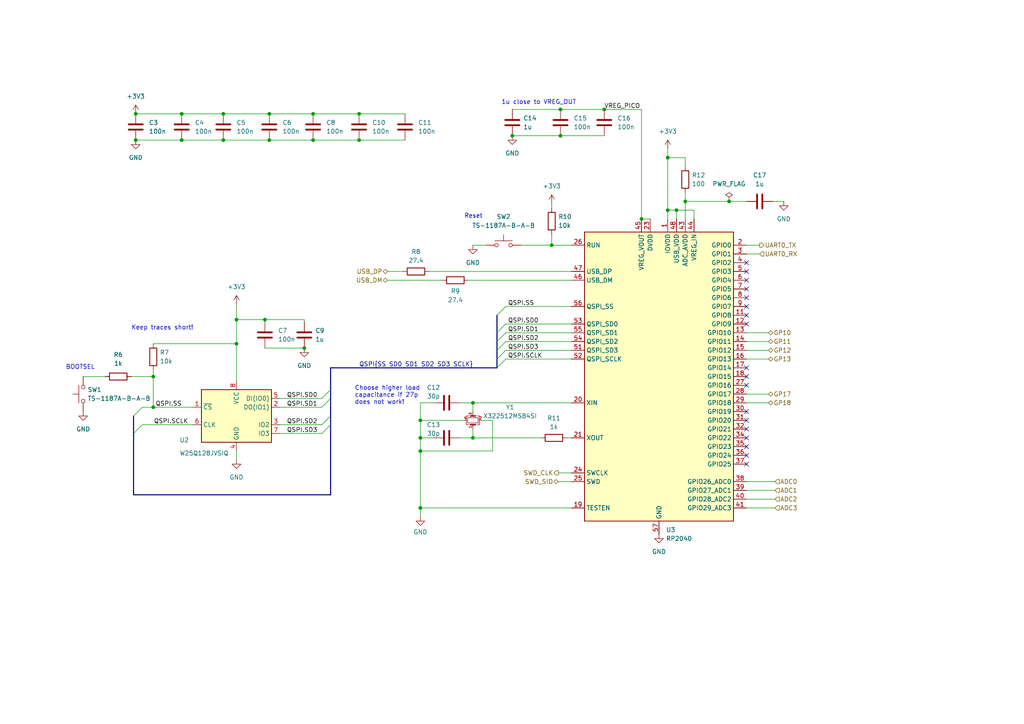
<source format=kicad_sch>
(kicad_sch (version 20230121) (generator eeschema)
  (paper "A4")
  (title_block (title "Beta Board") (date "2023-12-28") (rev "R1.0") (company "Tim Kuhlbusch") (comment 1 "Beta radiation detector"))
  (lib_symbols
    (symbol "Device:C" (pin_numbers hide) (pin_names (offset 0.254))
      (property "Reference" "C" (at 0.635 2.54 0))
      (property "Value" "C" (at 0.635 -2.54 0))
      (symbol "C_0_1"
        (polyline (pts (xy -2.032 -0.762) (xy 2.032 -0.762)) (stroke (width 0.508)))
        (polyline (pts (xy -2.032 0.762) (xy 2.032 0.762)) (stroke (width 0.508)))
      )
      (symbol "C_1_1"
        (pin passive line (at 0 3.81 270) (length 2.794) (name "~") (number "1"))
        (pin passive line (at 0 -3.81 90) (length 2.794) (name "~") (number "2"))
      )
    )
    (symbol "Device:Crystal_GND24_Small" (pin_names (offset 1.016) hide)
      (property "Reference" "Y" (at 1.27 4.445 0))
      (property "Value" "Crystal_GND24_Small" (at 1.27 2.54 0))
      (symbol "Crystal_GND24_Small_0_1"
        (rectangle (start -0.762 -1.524) (end 0.762 1.524))
        (polyline (pts (xy -1.27 -0.762) (xy -1.27 0.762)) (stroke (width 0.381)))
        (polyline (pts (xy 1.27 -0.762) (xy 1.27 0.762)) (stroke (width 0.381)))
        (polyline (pts (xy -1.27 -1.27) (xy -1.27 -1.905) (xy 1.27 -1.905) (xy 1.27 -1.27)))
        (polyline (pts (xy -1.27 1.27) (xy -1.27 1.905) (xy 1.27 1.905) (xy 1.27 1.27)))
      )
      (symbol "Crystal_GND24_Small_1_1"
        (pin passive line (at -2.54 0 0) (length 1.27) (name "1") (number "1"))
        (pin passive line (at 0 -2.54 90) (length 0.635) (name "2") (number "2"))
        (pin passive line (at 2.54 0 180) (length 1.27) (name "3") (number "3"))
        (pin passive line (at 0 2.54 270) (length 0.635) (name "4") (number "4"))
      )
    )
    (symbol "Device:R" (pin_numbers hide) (pin_names (offset 0))
      (property "Reference" "R" (at 2.032 0 90))
      (property "Value" "R" (at 0 0 90))
      (symbol "R_0_1"
        (rectangle (start -1.016 -2.54) (end 1.016 2.54) (stroke (width 0.254)))
      )
      (symbol "R_1_1"
        (pin passive line (at 0 3.81 270) (length 1.27) (name "~") (number "1"))
        (pin passive line (at 0 -3.81 90) (length 1.27) (name "~") (number "2"))
      )
    )
    (symbol "MCU_RaspberryPi:RP2040"
      (property "Reference" "U" (at 17.78 45.72 0))
      (property "Value" "RP2040" (at 17.78 43.18 0))
      (symbol "RP2040_0_1"
        (rectangle (start -21.59 41.91) (end 21.59 -41.91) (stroke (width 0.254)) (fill (type background)))
      )
      (symbol "RP2040_1_1"
        (pin power_in line (at 2.54 45.72 270) (length 3.81) (name "IOVDD") (number "1"))
        (pin passive line (at 2.54 45.72 270) (length 3.81) hide (name "IOVDD") (number "10"))
        (pin bidirectional line (at 25.4 17.78 180) (length 3.81) (name "GPIO8") (number "11"))
        (pin bidirectional line (at 25.4 15.24 180) (length 3.81) (name "GPIO9") (number "12"))
        (pin bidirectional line (at 25.4 12.7 180) (length 3.81) (name "GPIO10") (number "13"))
        (pin bidirectional line (at 25.4 10.16 180) (length 3.81) (name "GPIO11") (number "14"))
        (pin bidirectional line (at 25.4 7.62 180) (length 3.81) (name "GPIO12") (number "15"))
        (pin bidirectional line (at 25.4 5.08 180) (length 3.81) (name "GPIO13") (number "16"))
        (pin bidirectional line (at 25.4 2.54 180) (length 3.81) (name "GPIO14") (number "17"))
        (pin bidirectional line (at 25.4 0 180) (length 3.81) (name "GPIO15") (number "18"))
        (pin input line (at -25.4 -38.1 0) (length 3.81) (name "TESTEN") (number "19"))
        (pin bidirectional line (at 25.4 38.1 180) (length 3.81) (name "GPIO0") (number "2"))
        (pin input line (at -25.4 -7.62 0) (length 3.81) (name "XIN") (number "20"))
        (pin passive line (at -25.4 -17.78 0) (length 3.81) (name "XOUT") (number "21"))
        (pin passive line (at 2.54 45.72 270) (length 3.81) hide (name "IOVDD") (number "22"))
        (pin power_in line (at -2.54 45.72 270) (length 3.81) (name "DVDD") (number "23"))
        (pin output line (at -25.4 -27.94 0) (length 3.81) (name "SWCLK") (number "24"))
        (pin bidirectional line (at -25.4 -30.48 0) (length 3.81) (name "SWD") (number "25"))
        (pin input line (at -25.4 38.1 0) (length 3.81) (name "RUN") (number "26"))
        (pin bidirectional line (at 25.4 -2.54 180) (length 3.81) (name "GPIO16") (number "27"))
        (pin bidirectional line (at 25.4 -5.08 180) (length 3.81) (name "GPIO17") (number "28"))
        (pin bidirectional line (at 25.4 -7.62 180) (length 3.81) (name "GPIO18") (number "29"))
        (pin bidirectional line (at 25.4 35.56 180) (length 3.81) (name "GPIO1") (number "3"))
        (pin bidirectional line (at 25.4 -10.16 180) (length 3.81) (name "GPIO19") (number "30"))
        (pin bidirectional line (at 25.4 -12.7 180) (length 3.81) (name "GPIO20") (number "31"))
        (pin bidirectional line (at 25.4 -15.24 180) (length 3.81) (name "GPIO21") (number "32"))
        (pin passive line (at 2.54 45.72 270) (length 3.81) hide (name "IOVDD") (number "33"))
        (pin bidirectional line (at 25.4 -17.78 180) (length 3.81) (name "GPIO22") (number "34"))
        (pin bidirectional line (at 25.4 -20.32 180) (length 3.81) (name "GPIO23") (number "35"))
        (pin bidirectional line (at 25.4 -22.86 180) (length 3.81) (name "GPIO24") (number "36"))
        (pin bidirectional line (at 25.4 -25.4 180) (length 3.81) (name "GPIO25") (number "37"))
        (pin bidirectional line (at 25.4 -30.48 180) (length 3.81) (name "GPIO26_ADC0") (number "38"))
        (pin bidirectional line (at 25.4 -33.02 180) (length 3.81) (name "GPIO27_ADC1") (number "39"))
        (pin bidirectional line (at 25.4 33.02 180) (length 3.81) (name "GPIO2") (number "4"))
        (pin bidirectional line (at 25.4 -35.56 180) (length 3.81) (name "GPIO28_ADC2") (number "40"))
        (pin bidirectional line (at 25.4 -38.1 180) (length 3.81) (name "GPIO29_ADC3") (number "41"))
        (pin passive line (at 2.54 45.72 270) (length 3.81) hide (name "IOVDD") (number "42"))
        (pin power_in line (at 7.62 45.72 270) (length 3.81) (name "ADC_AVDD") (number "43"))
        (pin power_in line (at 10.16 45.72 270) (length 3.81) (name "VREG_IN") (number "44"))
        (pin power_out line (at -5.08 45.72 270) (length 3.81) (name "VREG_VOUT") (number "45"))
        (pin bidirectional line (at -25.4 27.94 0) (length 3.81) (name "USB_DM") (number "46"))
        (pin bidirectional line (at -25.4 30.48 0) (length 3.81) (name "USB_DP") (number "47"))
        (pin power_in line (at 5.08 45.72 270) (length 3.81) (name "USB_VDD") (number "48"))
        (pin passive line (at 2.54 45.72 270) (length 3.81) hide (name "IOVDD") (number "49"))
        (pin bidirectional line (at 25.4 30.48 180) (length 3.81) (name "GPIO3") (number "5"))
        (pin passive line (at -2.54 45.72 270) (length 3.81) hide (name "DVDD") (number "50"))
        (pin bidirectional line (at -25.4 7.62 0) (length 3.81) (name "QSPI_SD3") (number "51"))
        (pin output line (at -25.4 5.08 0) (length 3.81) (name "QSPI_SCLK") (number "52"))
        (pin bidirectional line (at -25.4 15.24 0) (length 3.81) (name "QSPI_SD0") (number "53"))
        (pin bidirectional line (at -25.4 10.16 0) (length 3.81) (name "QSPI_SD2") (number "54"))
        (pin bidirectional line (at -25.4 12.7 0) (length 3.81) (name "QSPI_SD1") (number "55"))
        (pin bidirectional line (at -25.4 20.32 0) (length 3.81) (name "QSPI_SS") (number "56"))
        (pin power_in line (at 0 -45.72 90) (length 3.81) (name "GND") (number "57"))
        (pin bidirectional line (at 25.4 27.94 180) (length 3.81) (name "GPIO4") (number "6"))
        (pin bidirectional line (at 25.4 25.4 180) (length 3.81) (name "GPIO5") (number "7"))
        (pin bidirectional line (at 25.4 22.86 180) (length 3.81) (name "GPIO6") (number "8"))
        (pin bidirectional line (at 25.4 20.32 180) (length 3.81) (name "GPIO7") (number "9"))
      )
    )
    (symbol "Memory_Flash:W25Q32JVSS"
      (property "Reference" "U" (at -8.89 8.89 0))
      (property "Value" "W25Q32JVSS" (at 7.62 8.89 0))
      (symbol "W25Q32JVSS_0_1"
        (rectangle (start -10.16 7.62) (end 10.16 -7.62) (stroke (width 0.254)) (fill (type background)))
      )
      (symbol "W25Q32JVSS_1_1"
        (pin input line (at -12.7 2.54 0) (length 2.54) (name "~{CS}") (number "1"))
        (pin bidirectional line (at 12.7 2.54 180) (length 2.54) (name "DO(IO1)") (number "2"))
        (pin bidirectional line (at 12.7 -2.54 180) (length 2.54) (name "IO2") (number "3"))
        (pin power_in line (at 0 -10.16 90) (length 2.54) (name "GND") (number "4"))
        (pin bidirectional line (at 12.7 5.08 180) (length 2.54) (name "DI(IO0)") (number "5"))
        (pin input line (at -12.7 -2.54 0) (length 2.54) (name "CLK") (number "6"))
        (pin bidirectional line (at 12.7 -5.08 180) (length 2.54) (name "IO3") (number "7"))
        (pin power_in line (at 0 10.16 270) (length 2.54) (name "VCC") (number "8"))
      )
    )
    (symbol "Switch:SW_Push" (pin_numbers hide) (pin_names (offset 1.016) hide)
      (property "Reference" "SW" (at 1.27 2.54 0))
      (property "Value" "SW_Push" (at 0 -1.524 0))
      (symbol "SW_Push_0_1"
        (circle (center -2.032 0) (radius 0.508))
        (polyline (pts (xy 0 1.27) (xy 0 3.048)))
        (polyline (pts (xy 2.54 1.27) (xy -2.54 1.27)))
        (circle (center 2.032 0) (radius 0.508))
        (pin passive line (at -5.08 0 0) (length 2.54) (name "1") (number "1"))
        (pin passive line (at 5.08 0 180) (length 2.54) (name "2") (number "2"))
      )
    )
    (symbol "power:+3V3" (power) (pin_names (offset 0))
      (property "Value" "+3V3" (at 0 3.556 0))
      (symbol "+3V3_0_1"
        (polyline (pts (xy -0.762 1.27) (xy 0 2.54)))
        (polyline (pts (xy 0 0) (xy 0 2.54)))
        (polyline (pts (xy 0 2.54) (xy 0.762 1.27)))
      )
      (symbol "+3V3_1_1"
        (pin power_in line (at 0 0 90) (length 0) hide (name "+3V3") (number "1"))
      )
    )
    (symbol "power:GND" (power) (pin_names (offset 0))
      (property "Value" "GND" (at 0 -3.81 0))
      (symbol "GND_0_1"
        (polyline (pts (xy 0 0) (xy 0 -1.27) (xy 1.27 -1.27) (xy 0 -2.54) (xy -1.27 -1.27) (xy 0 -1.27)))
      )
      (symbol "GND_1_1"
        (pin power_in line (at 0 0 270) (length 0) hide (name "GND") (number "1"))
      )
    )
    (symbol "power:PWR_FLAG" (power) (pin_numbers hide) (pin_names (offset 0) hide)
      (property "Value" "PWR_FLAG" (at 0 3.81 0))
      (symbol "PWR_FLAG_0_0"
        (pin power_out line (at 0 0 90) (length 0) (name "pwr") (number "1"))
      )
      (symbol "PWR_FLAG_0_1"
        (polyline (pts (xy 0 0) (xy 0 1.27) (xy -1.016 1.905) (xy 0 2.54) (xy 1.016 1.905) (xy 0 1.27)))
      )
    )
  )
  (junction (at 68.58 99.695))
  (junction (at 175.26 31.75))
  (junction (at 52.705 40.64))
  (junction (at 160.02 71.12))
  (junction (at 44.45 118.11))
  (junction (at 78.105 33.02))
  (junction (at 137.16 127))
  (junction (at 90.805 33.02))
  (junction (at 76.835 92.71))
  (junction (at 193.675 60.96))
  (junction (at 104.14 33.02))
  (junction (at 121.92 130.81))
  (junction (at 44.45 109.22))
  (junction (at 78.105 40.64))
  (junction (at 193.675 45.72))
  (junction (at 162.56 39.37))
  (junction (at 121.92 121.92))
  (junction (at 198.755 58.42))
  (junction (at 211.455 58.42))
  (junction (at 64.77 33.02))
  (junction (at 162.56 31.75))
  (junction (at 88.265 100.965))
  (junction (at 121.92 127))
  (junction (at 64.77 40.64))
  (junction (at 90.805 40.64))
  (junction (at 121.92 147.32))
  (junction (at 104.14 40.64))
  (junction (at 52.705 33.02))
  (junction (at 196.215 60.96))
  (junction (at 39.37 33.02))
  (junction (at 186.055 63.5))
  (junction (at 39.37 40.64))
  (junction (at 68.58 92.71))
  (junction (at 148.59 39.37))
  (junction (at 137.16 116.84))
  (no_connect (at 216.535 106.68))
  (no_connect (at 216.535 127))
  (no_connect (at 216.535 86.36))
  (no_connect (at 216.535 81.28))
  (no_connect (at 216.535 134.62))
  (no_connect (at 216.535 132.08))
  (no_connect (at 216.535 124.46))
  (no_connect (at 216.535 93.98))
  (no_connect (at 216.535 109.22))
  (no_connect (at 216.535 88.9))
  (no_connect (at 216.535 129.54))
  (no_connect (at 216.535 121.92))
  (no_connect (at 216.535 111.76))
  (no_connect (at 216.535 83.82))
  (no_connect (at 216.535 119.38))
  (no_connect (at 216.535 76.2))
  (no_connect (at 216.535 78.74))
  (no_connect (at 216.535 91.44))
  (bus_entry (at 38.735 120.65) (size 2.54 -2.54))
  (bus_entry (at 146.685 96.52) (size -2.54 2.54))
  (bus_entry (at 146.685 99.06) (size -2.54 2.54))
  (bus_entry (at 146.685 93.98) (size -2.54 2.54))
  (bus_entry (at 95.885 120.65) (size -2.54 2.54))
  (bus_entry (at 95.885 123.19) (size -2.54 2.54))
  (bus_entry (at 146.685 101.6) (size -2.54 2.54))
  (bus_entry (at 146.685 88.9) (size -2.54 2.54))
  (bus_entry (at 95.885 115.57) (size -2.54 2.54))
  (bus_entry (at 146.685 104.14) (size -2.54 2.54))
  (bus_entry (at 95.885 113.03) (size -2.54 2.54))
  (bus_entry (at 38.735 125.73) (size 2.54 -2.54))
  (wire (pts (xy 112.395 81.28) (xy 128.27 81.28)))
  (bus (pts (xy 95.885 115.57) (xy 95.885 120.65)))
  (wire (pts (xy 76.835 92.71) (xy 88.265 92.71)))
  (wire (pts (xy 44.45 109.22) (xy 44.45 118.11)))
  (wire (pts (xy 133.35 127) (xy 137.16 127)))
  (wire (pts (xy 146.685 99.06) (xy 165.735 99.06)))
  (wire (pts (xy 160.02 71.12) (xy 165.735 71.12)))
  (wire (pts (xy 146.685 104.14) (xy 165.735 104.14)))
  (wire (pts (xy 137.16 116.84) (xy 137.16 119.38)))
  (wire (pts (xy 44.45 118.11) (xy 55.88 118.11)))
  (wire (pts (xy 41.275 118.11) (xy 44.45 118.11)))
  (wire (pts (xy 216.535 96.52) (xy 222.885 96.52)))
  (wire (pts (xy 216.535 142.24) (xy 224.79 142.24)))
  (bus (pts (xy 144.145 99.06) (xy 144.145 101.6)))
  (wire (pts (xy 39.37 33.02) (xy 52.705 33.02)))
  (wire (pts (xy 216.535 71.12) (xy 220.345 71.12)))
  (wire (pts (xy 137.16 71.12) (xy 140.97 71.12)))
  (wire (pts (xy 121.92 130.81) (xy 142.875 130.81)))
  (wire (pts (xy 52.705 40.64) (xy 64.77 40.64)))
  (wire (pts (xy 227.33 58.42) (xy 224.155 58.42)))
  (bus (pts (xy 95.885 106.68) (xy 95.885 113.03)))
  (bus (pts (xy 38.735 125.73) (xy 38.735 143.51)))
  (wire (pts (xy 88.265 100.965) (xy 76.835 100.965)))
  (wire (pts (xy 121.92 121.92) (xy 121.92 127)))
  (wire (pts (xy 135.89 81.28) (xy 165.735 81.28)))
  (wire (pts (xy 148.59 39.37) (xy 162.56 39.37)))
  (wire (pts (xy 196.215 60.96) (xy 196.215 63.5)))
  (wire (pts (xy 68.58 99.695) (xy 68.58 110.49)))
  (wire (pts (xy 216.535 104.14) (xy 222.885 104.14)))
  (wire (pts (xy 216.535 144.78) (xy 224.79 144.78)))
  (wire (pts (xy 121.92 147.32) (xy 165.735 147.32)))
  (wire (pts (xy 186.055 31.75) (xy 175.26 31.75)))
  (wire (pts (xy 165.735 116.84) (xy 137.16 116.84)))
  (wire (pts (xy 160.02 67.945) (xy 160.02 71.12)))
  (wire (pts (xy 186.055 63.5) (xy 186.055 31.75)))
  (bus (pts (xy 95.885 106.68) (xy 144.145 106.68)))
  (wire (pts (xy 142.875 121.92) (xy 142.875 130.81)))
  (wire (pts (xy 81.28 118.11) (xy 93.345 118.11)))
  (wire (pts (xy 198.755 58.42) (xy 211.455 58.42)))
  (wire (pts (xy 148.59 31.75) (xy 162.56 31.75)))
  (wire (pts (xy 193.675 45.72) (xy 193.675 60.96)))
  (wire (pts (xy 201.295 60.96) (xy 201.295 63.5)))
  (bus (pts (xy 144.145 96.52) (xy 144.145 99.06)))
  (wire (pts (xy 78.105 33.02) (xy 90.805 33.02)))
  (wire (pts (xy 81.28 125.73) (xy 93.345 125.73)))
  (bus (pts (xy 95.885 123.19) (xy 95.885 143.51)))
  (wire (pts (xy 81.28 115.57) (xy 93.345 115.57)))
  (wire (pts (xy 121.92 121.92) (xy 134.62 121.92)))
  (wire (pts (xy 151.13 71.12) (xy 160.02 71.12)))
  (wire (pts (xy 121.92 127) (xy 125.73 127)))
  (wire (pts (xy 104.14 40.64) (xy 117.475 40.64)))
  (wire (pts (xy 39.37 40.64) (xy 52.705 40.64)))
  (wire (pts (xy 175.26 31.75) (xy 162.56 31.75)))
  (wire (pts (xy 211.455 58.42) (xy 216.535 58.42)))
  (bus (pts (xy 95.885 120.65) (xy 95.885 123.19)))
  (wire (pts (xy 146.685 88.9) (xy 165.735 88.9)))
  (wire (pts (xy 137.16 127) (xy 137.16 124.46)))
  (wire (pts (xy 216.535 139.7) (xy 224.79 139.7)))
  (bus (pts (xy 144.145 101.6) (xy 144.145 104.14)))
  (wire (pts (xy 161.925 137.16) (xy 165.735 137.16)))
  (wire (pts (xy 216.535 73.66) (xy 220.345 73.66)))
  (wire (pts (xy 161.925 139.7) (xy 165.735 139.7)))
  (wire (pts (xy 146.685 96.52) (xy 165.735 96.52)))
  (wire (pts (xy 139.7 121.92) (xy 142.875 121.92)))
  (wire (pts (xy 160.02 59.055) (xy 160.02 60.325)))
  (wire (pts (xy 68.58 88.265) (xy 68.58 92.71)))
  (bus (pts (xy 95.885 113.03) (xy 95.885 115.57)))
  (wire (pts (xy 125.73 116.84) (xy 121.92 116.84)))
  (wire (pts (xy 64.77 33.02) (xy 78.105 33.02)))
  (wire (pts (xy 38.1 109.22) (xy 44.45 109.22)))
  (wire (pts (xy 133.35 116.84) (xy 137.16 116.84)))
  (wire (pts (xy 104.14 33.02) (xy 117.475 33.02)))
  (wire (pts (xy 90.805 40.64) (xy 104.14 40.64)))
  (wire (pts (xy 198.755 45.72) (xy 198.755 48.26)))
  (wire (pts (xy 68.58 92.71) (xy 76.835 92.71)))
  (wire (pts (xy 88.265 92.71) (xy 88.265 93.345)))
  (wire (pts (xy 216.535 116.84) (xy 222.885 116.84)))
  (bus (pts (xy 144.145 104.14) (xy 144.145 106.68)))
  (wire (pts (xy 121.92 116.84) (xy 121.92 121.92)))
  (wire (pts (xy 68.58 133.35) (xy 68.58 130.81)))
  (wire (pts (xy 121.92 130.81) (xy 121.92 147.32)))
  (wire (pts (xy 44.45 99.695) (xy 68.58 99.695)))
  (wire (pts (xy 112.395 78.74) (xy 116.84 78.74)))
  (wire (pts (xy 78.105 40.64) (xy 90.805 40.64)))
  (wire (pts (xy 68.58 92.71) (xy 68.58 99.695)))
  (wire (pts (xy 222.885 99.06) (xy 216.535 99.06)))
  (wire (pts (xy 186.055 63.5) (xy 188.595 63.5)))
  (wire (pts (xy 44.45 107.315) (xy 44.45 109.22)))
  (wire (pts (xy 64.77 40.64) (xy 78.105 40.64)))
  (wire (pts (xy 81.28 123.19) (xy 93.345 123.19)))
  (wire (pts (xy 164.465 127) (xy 165.735 127)))
  (wire (pts (xy 162.56 39.37) (xy 175.26 39.37)))
  (wire (pts (xy 124.46 78.74) (xy 165.735 78.74)))
  (wire (pts (xy 198.755 58.42) (xy 198.755 63.5)))
  (wire (pts (xy 216.535 101.6) (xy 222.885 101.6)))
  (wire (pts (xy 121.92 147.32) (xy 121.92 149.86)))
  (wire (pts (xy 52.705 33.02) (xy 64.77 33.02)))
  (wire (pts (xy 196.215 60.96) (xy 201.295 60.96)))
  (wire (pts (xy 193.675 43.18) (xy 193.675 45.72)))
  (bus (pts (xy 38.735 120.65) (xy 38.735 125.73)))
  (wire (pts (xy 156.845 127) (xy 137.16 127)))
  (bus (pts (xy 95.885 143.51) (xy 38.735 143.51)))
  (bus (pts (xy 144.145 91.44) (xy 144.145 96.52)))
  (wire (pts (xy 193.675 45.72) (xy 198.755 45.72)))
  (wire (pts (xy 216.535 147.32) (xy 224.79 147.32)))
  (wire (pts (xy 121.92 127) (xy 121.92 130.81)))
  (wire (pts (xy 198.755 55.88) (xy 198.755 58.42)))
  (wire (pts (xy 193.675 60.96) (xy 193.675 63.5)))
  (wire (pts (xy 76.835 93.345) (xy 76.835 92.71)))
  (wire (pts (xy 24.13 109.22) (xy 30.48 109.22)))
  (wire (pts (xy 146.685 101.6) (xy 165.735 101.6)))
  (wire (pts (xy 146.685 93.98) (xy 165.735 93.98)))
  (wire (pts (xy 193.675 60.96) (xy 196.215 60.96)))
  (wire (pts (xy 216.535 114.3) (xy 222.885 114.3)))
  (wire (pts (xy 90.805 33.02) (xy 104.14 33.02)))
  (wire (pts (xy 41.275 123.19) (xy 55.88 123.19)))
  (text "Choose higher load\ncapacitance if 27p\ndoes not work!" (at 102.87 117.475 0) (effects (font (size 1.27 1.27)) (justify left bottom)))
  (text "Reset\n" (at 134.62 63.5 0) (effects (font (size 1.27 1.27)) (justify left bottom)))
  (text "Keep traces short!" (at 38.1 95.885 0) (effects (font (size 1.27 1.27)) (justify left bottom)))
  (text "1u close to VREG_OUT" (at 145.415 30.48 0) (effects (font (size 1.27 1.27)) (justify left bottom)))
  (text "BOOTSEL" (at 19.05 107.315 0) (effects (font (size 1.27 1.27)) (justify left bottom)))
  (label "QSPI.SD2" (at 83.185 123.19 0))
  (label "QSPI.SD1" (at 147.32 96.52 0))
  (label "QSPI.SD3" (at 147.32 101.6 0))
  (label "QSPI.SS" (at 147.32 88.9 0))
  (label "QSPI{SS SD0 SD1 SD2 SD3 SCLK}" (at 104.14 106.68 0))
  (label "QSPI.SD1" (at 83.185 118.11 0))
  (label "QSPI.SCLK" (at 54.61 123.19 180))
  (label "QSPI.SS" (at 45.085 118.11 0))
  (label "VREG_PICO" (at 175.26 31.75 0))
  (label "QSPI.SD3" (at 83.185 125.73 0))
  (label "QSPI.SD2" (at 147.32 99.06 0))
  (label "QSPI.SD0" (at 147.32 93.98 0))
  (label "QSPI.SCLK" (at 147.32 104.14 0))
  (label "QSPI.SD0" (at 83.185 115.57 0))
  (hierarchical_label "GP12" (shape bidirectional) (at 222.885 101.6 0))
  (hierarchical_label "ADC0" (shape input) (at 224.79 139.7 0))
  (hierarchical_label "SWD_SIO" (shape bidirectional) (at 161.925 139.7 180))
  (hierarchical_label "ADC2" (shape input) (at 224.79 144.78 0))
  (hierarchical_label "ADC3" (shape input) (at 224.79 147.32 0))
  (hierarchical_label "GP10" (shape bidirectional) (at 222.885 96.52 0))
  (hierarchical_label "SWD_CLK" (shape output) (at 161.925 137.16 180))
  (hierarchical_label "GP11" (shape bidirectional) (at 222.885 99.06 0))
  (hierarchical_label "GP13" (shape bidirectional) (at 222.885 104.14 0))
  (hierarchical_label "UART0_RX" (shape input) (at 220.345 73.66 0))
  (hierarchical_label "USB_DP" (shape bidirectional) (at 112.395 78.74 180))
  (hierarchical_label "ADC1" (shape input) (at 224.79 142.24 0))
  (hierarchical_label "GP18" (shape bidirectional) (at 222.885 116.84 0))
  (hierarchical_label "UART0_TX" (shape output) (at 220.345 71.12 0))
  (hierarchical_label "USB_DM" (shape bidirectional) (at 112.395 81.28 180))
  (hierarchical_label "GP17" (shape bidirectional) (at 222.885 114.3 0))
  (symbol (lib_id "Device:C") (at 129.54 116.84 90) (unit 1)
    (property "Reference" "C12" (at 125.73 112.395 90))
    (property "Value" "30p" (at 125.73 114.935 90))
    (property "Footprint" "Capacitor_SMD:C_0603_1608Metric" (effects hide))
  )
  (symbol (lib_id "Memory_Flash:W25Q32JVSS") (at 68.58 120.65 0) (unit 1)
    (property "Reference" "U2" (at 52.07 127.635 0) (effects (justify left)))
    (property "Value" "W25Q128JVSIQ" (at 52.07 131.445 0) (effects (justify left)))
    (property "Footprint" "Package_SO:SOIC-8_5.23x5.23mm_P1.27mm" (effects hide))
    (property "Datasheet" "http://www.winbond.com/resource-files/w25q32jv%20revg%2003272018%20plus.pdf" (effects hide))
  )
  (symbol (lib_id "Device:R") (at 160.02 64.135 180) (unit 1)
    (property "Reference" "R10" (at 161.925 62.8649 0) (effects (justify right)))
    (property "Value" "10k" (at 161.925 65.4049 0) (effects (justify right)))
    (property "Footprint" "Resistor_SMD:R_0603_1608Metric" (effects hide))
  )
  (symbol (lib_id "Device:R") (at 34.29 109.22 90) (unit 1)
    (property "Reference" "R6" (at 34.29 102.87 90))
    (property "Value" "1k" (at 34.29 105.41 90))
    (property "Footprint" "Resistor_SMD:R_0603_1608Metric" (effects hide))
  )
  (symbol (lib_id "Device:C") (at 129.54 127 270) (mirror x) (unit 1)
    (property "Reference" "C13" (at 125.73 123.19 90))
    (property "Value" "30p" (at 125.73 125.73 90))
    (property "Footprint" "Capacitor_SMD:C_0603_1608Metric" (effects hide))
  )
  (symbol (lib_id "power:PWR_FLAG") (at 211.455 58.42 0) (unit 1)
    (property "Reference" "#FLG02" (effects hide))
    (property "Value" "PWR_FLAG" (at 211.455 53.34 0))
  )
  (symbol (lib_id "Device:C") (at 78.105 36.83 0) (unit 1)
    (property "Reference" "C6" (at 81.915 35.5599 0) (effects (justify left)))
    (property "Value" "100n" (at 81.915 38.0999 0) (effects (justify left)))
    (property "Footprint" "Capacitor_SMD:C_0603_1608Metric" (effects hide))
  )
  (symbol (lib_id "Device:C") (at 175.26 35.56 0) (unit 1)
    (property "Reference" "C16" (at 179.07 34.2899 0) (effects (justify left)))
    (property "Value" "100n" (at 179.07 36.8299 0) (effects (justify left)))
    (property "Footprint" "Capacitor_SMD:C_0603_1608Metric" (effects hide))
  )
  (symbol (lib_id "power:+3V3") (at 68.58 88.265 0) (unit 1)
    (property "Reference" "#PWR019" (effects hide))
    (property "Value" "+3V3" (at 68.58 83.185 0))
  )
  (symbol (lib_id "MCU_RaspberryPi:RP2040") (at 191.135 109.22 0) (unit 1)
    (property "Reference" "U3" (at 193.1544 153.67 0) (effects (justify left)))
    (property "Value" "RP2040" (at 193.1544 156.21 0) (effects (justify left)))
    (property "Footprint" "Package_DFN_QFN:QFN-56-1EP_7x7mm_P0.4mm_EP3.2x3.2mm" (effects hide))
    (property "Datasheet" "https://datasheets.raspberrypi.com/rp2040/rp2040-datasheet.pdf" (effects hide))
  )
  (symbol (lib_id "power:+3V3") (at 193.675 43.18 0) (unit 1)
    (property "Reference" "#PWR029" (effects hide))
    (property "Value" "+3V3" (at 193.675 38.1 0))
  )
  (symbol (lib_id "power:GND") (at 39.37 40.64 0) (unit 1)
    (property "Reference" "#PWR018" (effects hide))
    (property "Value" "GND" (at 39.37 45.72 0))
  )
  (symbol (lib_id "Device:C") (at 162.56 35.56 0) (unit 1)
    (property "Reference" "C15" (at 166.37 34.2899 0) (effects (justify left)))
    (property "Value" "100n" (at 166.37 36.8299 0) (effects (justify left)))
    (property "Footprint" "Capacitor_SMD:C_0603_1608Metric" (effects hide))
  )
  (symbol (lib_id "power:GND") (at 121.92 149.86 0) (unit 1)
    (property "Reference" "#PWR022" (effects hide))
    (property "Value" "GND" (at 121.92 154.305 0))
  )
  (symbol (lib_id "power:GND") (at 137.16 71.12 0) (unit 1)
    (property "Reference" "#PWR023" (effects hide))
    (property "Value" "GND" (at 137.16 76.2 0))
  )
  (symbol (lib_id "Device:C") (at 39.37 36.83 0) (unit 1)
    (property "Reference" "C3" (at 43.18 35.5599 0) (effects (justify left)))
    (property "Value" "100n" (at 43.18 38.0999 0) (effects (justify left)))
    (property "Footprint" "Capacitor_SMD:C_0603_1608Metric" (effects hide))
  )
  (symbol (lib_id "Device:C") (at 64.77 36.83 0) (unit 1)
    (property "Reference" "C5" (at 68.58 35.5599 0) (effects (justify left)))
    (property "Value" "100n" (at 68.58 38.0999 0) (effects (justify left)))
    (property "Footprint" "Capacitor_SMD:C_0603_1608Metric" (effects hide))
  )
  (symbol (lib_id "Device:C") (at 76.835 97.155 0) (unit 1)
    (property "Reference" "C7" (at 80.645 95.8849 0) (effects (justify left)))
    (property "Value" "100n" (at 80.645 98.4249 0) (effects (justify left)))
    (property "Footprint" "Capacitor_SMD:C_0603_1608Metric" (effects hide))
  )
  (symbol (lib_id "Device:C") (at 117.475 36.83 0) (unit 1)
    (property "Reference" "C11" (at 121.285 35.5599 0) (effects (justify left)))
    (property "Value" "100n" (at 121.285 38.0999 0) (effects (justify left)))
    (property "Footprint" "Capacitor_SMD:C_0603_1608Metric" (effects hide))
  )
  (symbol (lib_id "Device:R") (at 44.45 103.505 180) (unit 1)
    (property "Reference" "R7" (at 46.355 102.2349 0) (effects (justify right)))
    (property "Value" "10k" (at 46.355 104.7749 0) (effects (justify right)))
    (property "Footprint" "Resistor_SMD:R_0603_1608Metric" (effects hide))
  )
  (symbol (lib_id "power:GND") (at 24.13 119.38 0) (unit 1)
    (property "Reference" "#PWR016" (effects hide))
    (property "Value" "GND" (at 24.13 124.46 0))
  )
  (symbol (lib_id "Device:R") (at 160.655 127 90) (unit 1)
    (property "Reference" "R11" (at 160.655 121.285 90))
    (property "Value" "1k" (at 160.655 123.825 90))
    (property "Footprint" "Resistor_SMD:R_0603_1608Metric" (effects hide))
  )
  (symbol (lib_id "Device:Crystal_GND24_Small") (at 137.16 121.92 90) (unit 1)
    (property "Reference" "Y1" (at 147.955 118.11 90))
    (property "Value" "X322512MSB4SI" (at 147.955 120.65 90))
    (property "Footprint" "Crystal:Crystal_SMD_3225-4Pin_3.2x2.5mm" (effects hide))
  )
  (symbol (lib_id "Device:C") (at 90.805 36.83 0) (unit 1)
    (property "Reference" "C8" (at 94.615 35.5599 0) (effects (justify left)))
    (property "Value" "100n" (at 94.615 38.0999 0) (effects (justify left)))
    (property "Footprint" "Capacitor_SMD:C_0603_1608Metric" (effects hide))
  )
  (symbol (lib_id "power:+3V3") (at 39.37 33.02 0) (unit 1)
    (property "Reference" "#PWR017" (effects hide))
    (property "Value" "+3V3" (at 39.37 27.94 0))
  )
  (symbol (lib_id "Device:C") (at 52.705 36.83 0) (unit 1)
    (property "Reference" "C4" (at 56.515 35.5599 0) (effects (justify left)))
    (property "Value" "100n" (at 56.515 38.0999 0) (effects (justify left)))
    (property "Footprint" "Capacitor_SMD:C_0603_1608Metric" (effects hide))
  )
  (symbol (lib_id "Device:C") (at 148.59 35.56 0) (unit 1)
    (property "Reference" "C14" (at 151.765 34.2899 0) (effects (justify left)))
    (property "Value" "1u" (at 151.765 36.8299 0) (effects (justify left)))
    (property "Footprint" "Capacitor_SMD:C_0603_1608Metric" (effects hide))
  )
  (symbol (lib_id "power:GND") (at 227.33 58.42 0) (unit 1)
    (property "Reference" "#PWR030" (effects hide))
    (property "Value" "GND" (at 227.33 63.5 0))
  )
  (symbol (lib_id "Device:C") (at 104.14 36.83 0) (unit 1)
    (property "Reference" "C10" (at 107.95 35.5599 0) (effects (justify left)))
    (property "Value" "100n" (at 107.95 38.0999 0) (effects (justify left)))
    (property "Footprint" "Capacitor_SMD:C_0603_1608Metric" (effects hide))
  )
  (symbol (lib_id "power:+3V3") (at 160.02 59.055 0) (unit 1)
    (property "Reference" "#PWR026" (effects hide))
    (property "Value" "+3V3" (at 160.02 53.975 0))
  )
  (symbol (lib_id "Switch:SW_Push") (at 146.05 71.12 0) (unit 1)
    (property "Reference" "SW2" (at 146.05 62.865 0))
    (property "Value" "TS-1187A-B-A-B" (at 146.05 65.405 0))
    (property "Footprint" "betaBoard:TS-1187A-B-A-B" (effects hide))
  )
  (symbol (lib_id "Device:R") (at 120.65 78.74 90) (unit 1)
    (property "Reference" "R8" (at 120.65 73.025 90))
    (property "Value" "27.4" (at 120.65 75.565 90))
    (property "Footprint" "Resistor_SMD:R_0603_1608Metric" (effects hide))
  )
  (symbol (lib_id "Device:R") (at 198.755 52.07 180) (unit 1)
    (property "Reference" "R12" (at 200.66 50.7999 0) (effects (justify right)))
    (property "Value" "100" (at 200.66 53.3399 0) (effects (justify right)))
    (property "Footprint" "Resistor_SMD:R_0603_1608Metric" (effects hide))
  )
  (symbol (lib_id "Switch:SW_Push") (at 24.13 114.3 90) (unit 1)
    (property "Reference" "SW1" (at 25.4 113.03 90) (effects (justify right)))
    (property "Value" "TS-1187A-B-A-B\n" (at 25.4 115.57 90) (effects (justify right)))
    (property "Footprint" "betaBoard:TS-1187A-B-A-B" (effects hide))
  )
  (symbol (lib_id "power:GND") (at 148.59 39.37 0) (unit 1)
    (property "Reference" "#PWR025" (effects hide))
    (property "Value" "GND" (at 148.59 44.45 0))
  )
  (symbol (lib_id "power:GND") (at 191.135 154.94 0) (unit 1)
    (property "Reference" "#PWR028" (effects hide))
    (property "Value" "GND" (at 191.135 160.02 0))
  )
  (symbol (lib_id "power:GND") (at 68.58 133.35 0) (unit 1)
    (property "Reference" "#PWR020" (effects hide))
    (property "Value" "GND" (at 68.58 138.43 0))
  )
  (symbol (lib_id "Device:C") (at 88.265 97.155 0) (unit 1)
    (property "Reference" "C9" (at 91.44 95.8849 0) (effects (justify left)))
    (property "Value" "1u" (at 91.44 98.4249 0) (effects (justify left)))
    (property "Footprint" "Capacitor_SMD:C_0603_1608Metric" (effects hide))
  )
  (symbol (lib_id "Device:R") (at 132.08 81.28 90) (unit 1)
    (property "Reference" "R9" (at 132.08 84.455 90))
    (property "Value" "27.4" (at 132.08 86.995 90))
    (property "Footprint" "Resistor_SMD:R_0603_1608Metric" (effects hide))
  )
  (symbol (lib_id "Device:C") (at 220.345 58.42 90) (unit 1)
    (property "Reference" "C17" (at 220.345 50.8 90))
    (property "Value" "1u" (at 220.345 53.34 90))
    (property "Footprint" "Capacitor_SMD:C_0603_1608Metric" (effects hide))
  )
  (symbol (lib_id "power:GND") (at 88.265 100.965 0) (unit 1)
    (property "Reference" "#PWR021" (effects hide))
    (property "Value" "GND" (at 88.265 106.045 0))
  )
)
</source>
